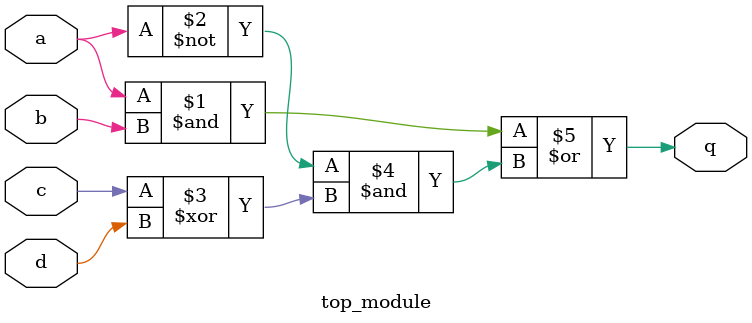
<source format=sv>
module top_module (
  input a, 
  input b, 
  input c, 
  input d,
  output q
);

  assign q = (a & b) | ((~a) & (c ^ d));

endmodule

</source>
